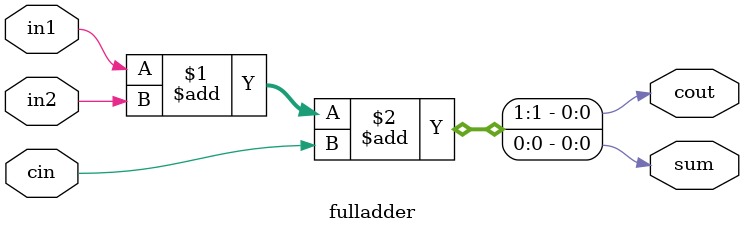
<source format=v>
module MAC_v3(in1_IFM, in2_IFM, out ,clk, rst_n,in_valid,out_valid);

input [3:0]in1_IFM;
input [3:0]in2_IFM;
reg [3:0]in1,in2;
input clk, rst_n;
input in_valid;
output reg out_valid;
output reg [9:0]out;  //////
reg [7:0]sum;
reg [5:0]counter;
wire [7:0] fprod;
wire [9:0]fadd;
wire temp_1;
wire [7:0]temp_0;
reg [7:0] data_a, data_b, fprod_1;
reg [1:0]cstate;
reg [1:0]nstate;
//---------------------------------
//      Parameter declaration
//---------------------------------
parameter IDLE       = 2'd0;
parameter IN         = 2'd1;
parameter Cal        = 2'd2;
parameter Out        = 2'd3;

//----------------------------------------------------
//          Finite-state machine (FSM)
//----------------------------------------------------
always@(posedge clk or negedge rst_n)
begin
	if(!rst_n)
		cstate <= IDLE;
	else 
		cstate <= nstate;
end

always@(*)
begin
	case(cstate)
		IDLE:  
			if(in_valid==1)   
				nstate = IN;      
			else
				nstate = cstate;
		IN:
			nstate = Cal;
		Cal:  
			nstate = Out;         
		
		Out: 	                           
			nstate = IDLE;
		default
			nstate = cstate;
	endcase
end

always@(posedge clk or negedge rst_n)  // receive weights
begin
	if(!rst_n)
		begin
			in1 <= 4'd0;
			in2 <= 4'd0;
			
		end
	else if(in_valid == 1)
		begin
			in1 <= in1_IFM;
			in2 <= in2_IFM;	
				
		end
	else if(cstate == IDLE)
		begin
			in1 <= 4'd0;
			in2 <= 4'd0;
		
		end	
	else
		begin
			in1 <= 4'd0;
			in2 <= 4'd0;
	
		end
end


wallace_mul wm_1(in1, in2, fprod);

carry_select_adder csa1(fprod_1, sum, 1'd0, temp_0, temp_1);

always@(posedge clk or negedge rst_n)begin
	if(!rst_n)begin
		//data_a <= 0;
		//data_b <= 0;
		fprod_1 <= 0;
		sum <= 0;
		counter <= 0;
	end
	else begin
		if(counter>=3&&counter<=20)begin
			//data_a <= in1;
			//data_b <= in2;
			fprod_1 <= fprod;
			sum <= {temp_1 , temp_0};
			counter <= counter+1;
		end
		/*else if(counter>=20)begin
			counter<=0;
			data_a <= in1;
			data_b <= in2;
			fprod_1 <= fprod;
			out <= {temp_1 , temp_0};
		end*/
		else begin
			//data_a <= in1;
			//data_b <= in2;
			fprod_1 <= fprod;
			/*out <= fadd;*/
			sum <= {temp_1 , temp_0};
			counter <= counter +1;
		end
	end
end

always@(posedge clk or negedge rst_n)
begin
	if(!rst_n)
		out <= 19'd0;
	else if(cstate == Out)
		out <= sum;
	else 
		out <= 19'd0;
end

//output valid
always@(posedge clk or negedge rst_n)
begin
	if(!rst_n)
		out_valid <= 1'd0;
	else if(cstate == Out)
		out_valid <= 1'd1;
	else 
		out_valid <= 1'd0;

end

endmodule




//ADDER//




/*Carry_Select_Adder*/


module multiplexer2
        (   input i0,i1,sel,
            output reg bitout
            );

always@(i0,i1,sel)
begin
if(sel == 0)
    bitout = i0;
else
    bitout = i1; 
end

endmodule


module carry_select_adder
        (   input [7:0] A,B,
            input cin,
            output [7:0] S,
            output cout
            );
        

wire [7:0] temp0,temp1,carry0,carry1;

//for carry 0
fulladder fa00(A[0],B[0],1'b0,temp0[0],carry0[0]);
fulladder fa01(A[1],B[1],carry0[0],temp0[1],carry0[1]);
fulladder fa02(A[2],B[2],carry0[1],temp0[2],carry0[2]);
fulladder fa03(A[3],B[3],carry0[2],temp0[3],carry0[3]);
fulladder fa04(A[4],B[4],carry0[3],temp0[4],carry0[4]);
fulladder fa05(A[5],B[5],carry0[4],temp0[5],carry0[5]);
fulladder fa06(A[6],B[6],carry0[5],temp0[6],carry0[6]);
fulladder fa07(A[7],B[7],carry0[6],temp0[7],carry0[7]);

//for carry 1
fulladder fa10(A[0],B[0],1'b1,temp1[0],carry1[0]);
fulladder fa11(A[1],B[1],carry1[0],temp1[1],carry1[1]);
fulladder fa12(A[2],B[2],carry1[1],temp1[2],carry1[2]);
fulladder fa13(A[3],B[3],carry1[2],temp1[3],carry1[3]);
fulladder fa14(A[4],B[4],carry1[3],temp1[4],carry1[4]);
fulladder fa15(A[5],B[5],carry1[4],temp1[5],carry1[5]);
fulladder fa16(A[6],B[6],carry1[5],temp1[6],carry1[6]);
fulladder fa17(A[7],B[7],carry1[6],temp1[7],carry1[7]);

//mux for carry
multiplexer2 mux_carry(carry0[7],carry1[7],cin,cout);
//mux's for sum
multiplexer2 mux_sum0(temp0[0],temp1[0],cin,S[0]);
multiplexer2 mux_sum1(temp0[1],temp1[1],cin,S[1]);
multiplexer2 mux_sum2(temp0[2],temp1[2],cin,S[2]);
multiplexer2 mux_sum3(temp0[3],temp1[3],cin,S[3]);
multiplexer2 mux_sum4(temp0[4],temp1[4],cin,S[4]);
multiplexer2 mux_sum5(temp0[5],temp1[5],cin,S[5]);
multiplexer2 mux_sum6(temp0[6],temp1[6],cin,S[6]);
multiplexer2 mux_sum7(temp0[7],temp1[7],cin,S[7]);
endmodule 
/*Carry_Select_Adder*/

///ADDER//



//module of wallece tree multiplier
module wallace_mul(A,B,prod);
    
    //inputs and outputs
    input [3:0] A,B;
    output [7:0] prod;
    //internal variables.
    wire s11,s12,s13,s14,s15,s22,s23,s24,s25,s26,s32,s33,s34,s35,s36,s37;
    wire c11,c12,c13,c14,c15,c22,c23,c24,c25,c26,c32,c33,c34,c35,c36,c37;
    wire [6:0] p0,p1,p2,p3;

//initialize the p's.
    assign  p0 = A & {4{B[0]}};
    assign  p1 = A & {4{B[1]}};
    assign  p2 = A & {4{B[2]}};
    assign  p3 = A & {4{B[3]}};

//final product assignments    
    assign prod[0] = p0[0];
    assign prod[1] = s11;
    assign prod[2] = s22;
    assign prod[3] = s32;
    assign prod[4] = s34;
    assign prod[5] = s35;
    assign prod[6] = s36;
    assign prod[7] = s37;

//first stage
    half_adder ha11 (p0[1],p1[0],s11,c11);
    fulladder fa112(p0[2],p1[1],p2[0],s12,c12);
    fulladder fa113(p0[3],p1[2],p2[1],s13,c13);
    fulladder fa114(p1[3],p2[2],p3[1],s14,c14);
    half_adder ha15(p2[3],p3[2],s15,c15);

//second stage
    half_adder ha22 (c11,s12,s22,c22);
    fulladder fa123 (p3[0],c12,s13,s23,c23);
    fulladder fa124 (c13,c32,s14,s24,c24);
    fulladder fa125 (c14,c24,s15,s25,c25);
    fulladder fa126 (c15,c25,p3[3],s26,c26);

//third stage
    half_adder ha32(c22,s23,s32,c32);
    half_adder ha34(c23,s24,s34,c34);
    half_adder ha35(c34,s25,s35,c35);
    half_adder ha36(c35,s26,s36,c36);
    half_adder ha37(c36,c26,s37,c37);
	
endmodule



//module of half adder
module half_adder(in1,in2, sum, cout );
input in1,in2;
output sum,cout;

assign {cout,sum}=in1+in2;

endmodule


//module of full adder
module fulladder(in1,in2,cin,sum,cout);
input in1,in2;
input cin;
output sum,cout;

assign {cout,sum}=in1+in2+cin;

endmodule











</source>
